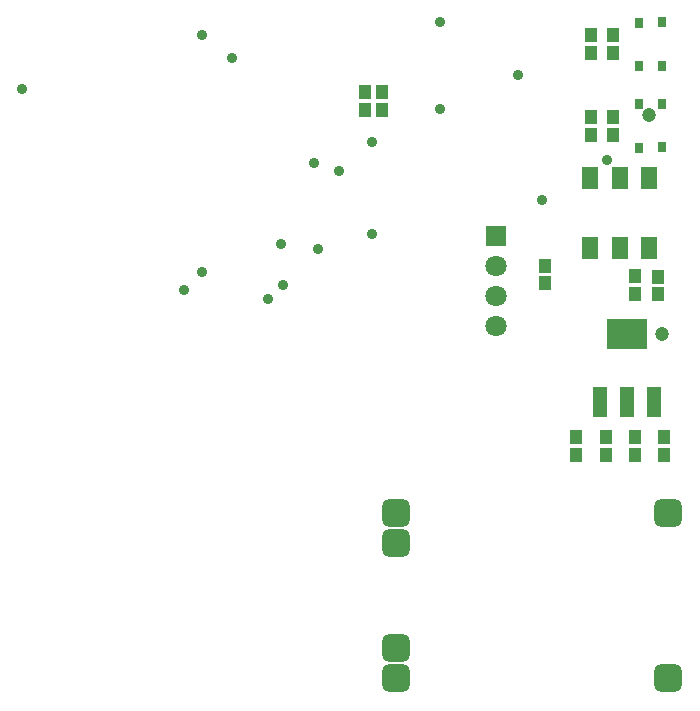
<source format=gbs>
G04*
G04 #@! TF.GenerationSoftware,Altium Limited,Altium Designer,21.9.2 (33)*
G04*
G04 Layer_Color=16711935*
%FSLAX25Y25*%
%MOIN*%
G70*
G04*
G04 #@! TF.SameCoordinates,C4A799FB-7654-48D4-A5E1-033C702218DC*
G04*
G04*
G04 #@! TF.FilePolarity,Negative*
G04*
G01*
G75*
%ADD16R,0.04340X0.04537*%
%ADD21C,0.07099*%
%ADD22R,0.07099X0.07099*%
%ADD23C,0.03556*%
%ADD24C,0.04737*%
G04:AMPARAMS|DCode=43|XSize=29.65mil|YSize=35.56mil|CornerRadius=9.41mil|HoleSize=0mil|Usage=FLASHONLY|Rotation=180.000|XOffset=0mil|YOffset=0mil|HoleType=Round|Shape=RoundedRectangle|*
%AMROUNDEDRECTD43*
21,1,0.02965,0.01673,0,0,180.0*
21,1,0.01083,0.03556,0,0,180.0*
1,1,0.01883,-0.00541,0.00837*
1,1,0.01883,0.00541,0.00837*
1,1,0.01883,0.00541,-0.00837*
1,1,0.01883,-0.00541,-0.00837*
%
%ADD43ROUNDEDRECTD43*%
%ADD44R,0.04737X0.10249*%
%ADD45R,0.13792X0.10249*%
G04:AMPARAMS|DCode=46|XSize=94.61mil|YSize=94.61mil|CornerRadius=25.65mil|HoleSize=0mil|Usage=FLASHONLY|Rotation=180.000|XOffset=0mil|YOffset=0mil|HoleType=Round|Shape=RoundedRectangle|*
%AMROUNDEDRECTD46*
21,1,0.09461,0.04331,0,0,180.0*
21,1,0.04331,0.09461,0,0,180.0*
1,1,0.05131,-0.02165,0.02165*
1,1,0.05131,0.02165,0.02165*
1,1,0.05131,0.02165,-0.02165*
1,1,0.05131,-0.02165,-0.02165*
%
%ADD46ROUNDEDRECTD46*%
%ADD47R,0.05524X0.07493*%
D16*
X107874Y72244D02*
D03*
Y78149D02*
D03*
X100787Y72244D02*
D03*
Y78149D02*
D03*
X100787Y105315D02*
D03*
Y99410D02*
D03*
X30852Y80549D02*
D03*
Y86454D02*
D03*
X25197Y80512D02*
D03*
Y86417D02*
D03*
X107874Y99409D02*
D03*
Y105315D02*
D03*
X115354Y19094D02*
D03*
Y25000D02*
D03*
X123005Y24840D02*
D03*
Y18934D02*
D03*
X85433Y22638D02*
D03*
Y28543D02*
D03*
X124895Y-28703D02*
D03*
Y-34609D02*
D03*
X105525D02*
D03*
Y-28703D02*
D03*
X95840Y-34609D02*
D03*
Y-28703D02*
D03*
X115210Y-34609D02*
D03*
Y-28703D02*
D03*
D21*
X68898Y8347D02*
D03*
Y18347D02*
D03*
Y28346D02*
D03*
D22*
Y38346D02*
D03*
D23*
X-2756Y35827D02*
D03*
X84252Y50394D02*
D03*
X-18898Y97638D02*
D03*
X-29134Y105512D02*
D03*
X76378Y92126D02*
D03*
X50394Y80709D02*
D03*
Y109843D02*
D03*
X27559Y69685D02*
D03*
X-7087Y17323D02*
D03*
X-35039Y20472D02*
D03*
X105905Y63779D02*
D03*
X-29134Y26378D02*
D03*
X8268Y62598D02*
D03*
X27559Y38976D02*
D03*
X-88976Y87402D02*
D03*
X-1969Y22047D02*
D03*
X9843Y34252D02*
D03*
X16535Y60236D02*
D03*
D24*
X120079Y78740D02*
D03*
X124409Y5906D02*
D03*
D43*
X124409Y94980D02*
D03*
X116535D02*
D03*
Y109547D02*
D03*
X124409Y109744D02*
D03*
X116535Y67815D02*
D03*
X124409Y68012D02*
D03*
Y82579D02*
D03*
X116535D02*
D03*
D44*
X121654Y-16929D02*
D03*
X112598D02*
D03*
X103543D02*
D03*
D45*
X112598Y5905D02*
D03*
D46*
X126378Y-53937D02*
D03*
X35827Y-109055D02*
D03*
Y-53937D02*
D03*
Y-63937D02*
D03*
Y-99055D02*
D03*
X126378Y-109055D02*
D03*
D47*
X100394Y57677D02*
D03*
X110236D02*
D03*
X120079D02*
D03*
X100394Y34449D02*
D03*
X110236D02*
D03*
X120079D02*
D03*
M02*

</source>
